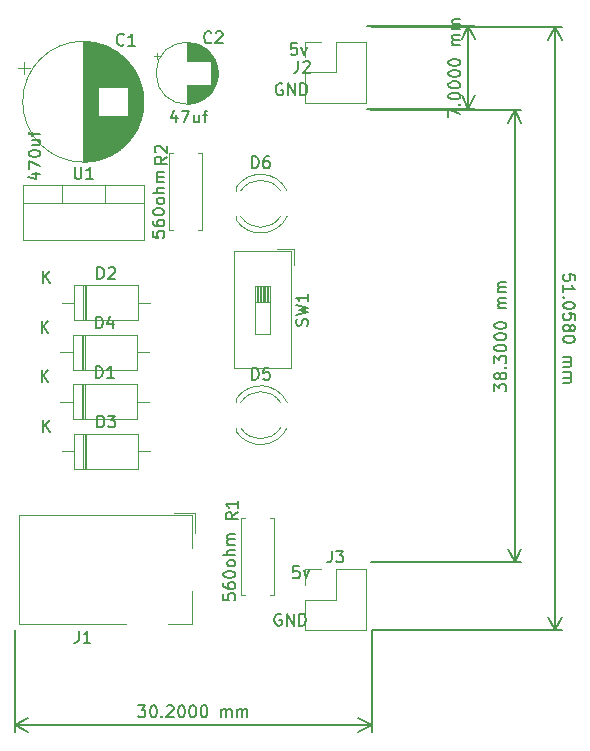
<source format=gto>
%TF.GenerationSoftware,KiCad,Pcbnew,6.0.6*%
%TF.CreationDate,2022-09-01T23:29:10+01:00*%
%TF.ProjectId,breadbored power supply,62726561-6462-46f7-9265-6420706f7765,rev?*%
%TF.SameCoordinates,Original*%
%TF.FileFunction,Legend,Top*%
%TF.FilePolarity,Positive*%
%FSLAX46Y46*%
G04 Gerber Fmt 4.6, Leading zero omitted, Abs format (unit mm)*
G04 Created by KiCad (PCBNEW 6.0.6) date 2022-09-01 23:29:10*
%MOMM*%
%LPD*%
G01*
G04 APERTURE LIST*
%ADD10C,0.150000*%
%ADD11C,0.120000*%
G04 APERTURE END LIST*
D10*
X145952380Y-127585714D02*
X145952380Y-128061904D01*
X146428571Y-128109523D01*
X146380952Y-128061904D01*
X146333333Y-127966666D01*
X146333333Y-127728571D01*
X146380952Y-127633333D01*
X146428571Y-127585714D01*
X146523809Y-127538095D01*
X146761904Y-127538095D01*
X146857142Y-127585714D01*
X146904761Y-127633333D01*
X146952380Y-127728571D01*
X146952380Y-127966666D01*
X146904761Y-128061904D01*
X146857142Y-128109523D01*
X145952380Y-126680952D02*
X145952380Y-126871428D01*
X146000000Y-126966666D01*
X146047619Y-127014285D01*
X146190476Y-127109523D01*
X146380952Y-127157142D01*
X146761904Y-127157142D01*
X146857142Y-127109523D01*
X146904761Y-127061904D01*
X146952380Y-126966666D01*
X146952380Y-126776190D01*
X146904761Y-126680952D01*
X146857142Y-126633333D01*
X146761904Y-126585714D01*
X146523809Y-126585714D01*
X146428571Y-126633333D01*
X146380952Y-126680952D01*
X146333333Y-126776190D01*
X146333333Y-126966666D01*
X146380952Y-127061904D01*
X146428571Y-127109523D01*
X146523809Y-127157142D01*
X145952380Y-125966666D02*
X145952380Y-125871428D01*
X146000000Y-125776190D01*
X146047619Y-125728571D01*
X146142857Y-125680952D01*
X146333333Y-125633333D01*
X146571428Y-125633333D01*
X146761904Y-125680952D01*
X146857142Y-125728571D01*
X146904761Y-125776190D01*
X146952380Y-125871428D01*
X146952380Y-125966666D01*
X146904761Y-126061904D01*
X146857142Y-126109523D01*
X146761904Y-126157142D01*
X146571428Y-126204761D01*
X146333333Y-126204761D01*
X146142857Y-126157142D01*
X146047619Y-126109523D01*
X146000000Y-126061904D01*
X145952380Y-125966666D01*
X146952380Y-125061904D02*
X146904761Y-125157142D01*
X146857142Y-125204761D01*
X146761904Y-125252380D01*
X146476190Y-125252380D01*
X146380952Y-125204761D01*
X146333333Y-125157142D01*
X146285714Y-125061904D01*
X146285714Y-124919047D01*
X146333333Y-124823809D01*
X146380952Y-124776190D01*
X146476190Y-124728571D01*
X146761904Y-124728571D01*
X146857142Y-124776190D01*
X146904761Y-124823809D01*
X146952380Y-124919047D01*
X146952380Y-125061904D01*
X146952380Y-124300000D02*
X145952380Y-124300000D01*
X146952380Y-123871428D02*
X146428571Y-123871428D01*
X146333333Y-123919047D01*
X146285714Y-124014285D01*
X146285714Y-124157142D01*
X146333333Y-124252380D01*
X146380952Y-124300000D01*
X146952380Y-123395238D02*
X146285714Y-123395238D01*
X146380952Y-123395238D02*
X146333333Y-123347619D01*
X146285714Y-123252380D01*
X146285714Y-123109523D01*
X146333333Y-123014285D01*
X146428571Y-122966666D01*
X146952380Y-122966666D01*
X146428571Y-122966666D02*
X146333333Y-122919047D01*
X146285714Y-122823809D01*
X146285714Y-122680952D01*
X146333333Y-122585714D01*
X146428571Y-122538095D01*
X146952380Y-122538095D01*
X139952380Y-96885714D02*
X139952380Y-97361904D01*
X140428571Y-97409523D01*
X140380952Y-97361904D01*
X140333333Y-97266666D01*
X140333333Y-97028571D01*
X140380952Y-96933333D01*
X140428571Y-96885714D01*
X140523809Y-96838095D01*
X140761904Y-96838095D01*
X140857142Y-96885714D01*
X140904761Y-96933333D01*
X140952380Y-97028571D01*
X140952380Y-97266666D01*
X140904761Y-97361904D01*
X140857142Y-97409523D01*
X139952380Y-95980952D02*
X139952380Y-96171428D01*
X140000000Y-96266666D01*
X140047619Y-96314285D01*
X140190476Y-96409523D01*
X140380952Y-96457142D01*
X140761904Y-96457142D01*
X140857142Y-96409523D01*
X140904761Y-96361904D01*
X140952380Y-96266666D01*
X140952380Y-96076190D01*
X140904761Y-95980952D01*
X140857142Y-95933333D01*
X140761904Y-95885714D01*
X140523809Y-95885714D01*
X140428571Y-95933333D01*
X140380952Y-95980952D01*
X140333333Y-96076190D01*
X140333333Y-96266666D01*
X140380952Y-96361904D01*
X140428571Y-96409523D01*
X140523809Y-96457142D01*
X139952380Y-95266666D02*
X139952380Y-95171428D01*
X140000000Y-95076190D01*
X140047619Y-95028571D01*
X140142857Y-94980952D01*
X140333333Y-94933333D01*
X140571428Y-94933333D01*
X140761904Y-94980952D01*
X140857142Y-95028571D01*
X140904761Y-95076190D01*
X140952380Y-95171428D01*
X140952380Y-95266666D01*
X140904761Y-95361904D01*
X140857142Y-95409523D01*
X140761904Y-95457142D01*
X140571428Y-95504761D01*
X140333333Y-95504761D01*
X140142857Y-95457142D01*
X140047619Y-95409523D01*
X140000000Y-95361904D01*
X139952380Y-95266666D01*
X140952380Y-94361904D02*
X140904761Y-94457142D01*
X140857142Y-94504761D01*
X140761904Y-94552380D01*
X140476190Y-94552380D01*
X140380952Y-94504761D01*
X140333333Y-94457142D01*
X140285714Y-94361904D01*
X140285714Y-94219047D01*
X140333333Y-94123809D01*
X140380952Y-94076190D01*
X140476190Y-94028571D01*
X140761904Y-94028571D01*
X140857142Y-94076190D01*
X140904761Y-94123809D01*
X140952380Y-94219047D01*
X140952380Y-94361904D01*
X140952380Y-93600000D02*
X139952380Y-93600000D01*
X140952380Y-93171428D02*
X140428571Y-93171428D01*
X140333333Y-93219047D01*
X140285714Y-93314285D01*
X140285714Y-93457142D01*
X140333333Y-93552380D01*
X140380952Y-93600000D01*
X140952380Y-92695238D02*
X140285714Y-92695238D01*
X140380952Y-92695238D02*
X140333333Y-92647619D01*
X140285714Y-92552380D01*
X140285714Y-92409523D01*
X140333333Y-92314285D01*
X140428571Y-92266666D01*
X140952380Y-92266666D01*
X140428571Y-92266666D02*
X140333333Y-92219047D01*
X140285714Y-92123809D01*
X140285714Y-91980952D01*
X140333333Y-91885714D01*
X140428571Y-91838095D01*
X140952380Y-91838095D01*
X141976190Y-86985714D02*
X141976190Y-87652380D01*
X141738095Y-86604761D02*
X141500000Y-87319047D01*
X142119047Y-87319047D01*
X142404761Y-86652380D02*
X143071428Y-86652380D01*
X142642857Y-87652380D01*
X143880952Y-86985714D02*
X143880952Y-87652380D01*
X143452380Y-86985714D02*
X143452380Y-87509523D01*
X143500000Y-87604761D01*
X143595238Y-87652380D01*
X143738095Y-87652380D01*
X143833333Y-87604761D01*
X143880952Y-87557142D01*
X144214285Y-86985714D02*
X144595238Y-86985714D01*
X144357142Y-87652380D02*
X144357142Y-86795238D01*
X144404761Y-86700000D01*
X144500000Y-86652380D01*
X144595238Y-86652380D01*
X129785714Y-92000000D02*
X130452380Y-92000000D01*
X129404761Y-92238095D02*
X130119047Y-92476190D01*
X130119047Y-91857142D01*
X129452380Y-91571428D02*
X129452380Y-90904761D01*
X130452380Y-91333333D01*
X129452380Y-90333333D02*
X129452380Y-90238095D01*
X129500000Y-90142857D01*
X129547619Y-90095238D01*
X129642857Y-90047619D01*
X129833333Y-90000000D01*
X130071428Y-90000000D01*
X130261904Y-90047619D01*
X130357142Y-90095238D01*
X130404761Y-90142857D01*
X130452380Y-90238095D01*
X130452380Y-90333333D01*
X130404761Y-90428571D01*
X130357142Y-90476190D01*
X130261904Y-90523809D01*
X130071428Y-90571428D01*
X129833333Y-90571428D01*
X129642857Y-90523809D01*
X129547619Y-90476190D01*
X129500000Y-90428571D01*
X129452380Y-90333333D01*
X129785714Y-89142857D02*
X130452380Y-89142857D01*
X129785714Y-89571428D02*
X130309523Y-89571428D01*
X130404761Y-89523809D01*
X130452380Y-89428571D01*
X130452380Y-89285714D01*
X130404761Y-89190476D01*
X130357142Y-89142857D01*
X129785714Y-88809523D02*
X129785714Y-88428571D01*
X130452380Y-88666666D02*
X129595238Y-88666666D01*
X129500000Y-88619047D01*
X129452380Y-88523809D01*
X129452380Y-88428571D01*
X138733333Y-137002380D02*
X139352380Y-137002380D01*
X139019047Y-137383333D01*
X139161904Y-137383333D01*
X139257142Y-137430952D01*
X139304761Y-137478571D01*
X139352380Y-137573809D01*
X139352380Y-137811904D01*
X139304761Y-137907142D01*
X139257142Y-137954761D01*
X139161904Y-138002380D01*
X138876190Y-138002380D01*
X138780952Y-137954761D01*
X138733333Y-137907142D01*
X139971428Y-137002380D02*
X140066666Y-137002380D01*
X140161904Y-137050000D01*
X140209523Y-137097619D01*
X140257142Y-137192857D01*
X140304761Y-137383333D01*
X140304761Y-137621428D01*
X140257142Y-137811904D01*
X140209523Y-137907142D01*
X140161904Y-137954761D01*
X140066666Y-138002380D01*
X139971428Y-138002380D01*
X139876190Y-137954761D01*
X139828571Y-137907142D01*
X139780952Y-137811904D01*
X139733333Y-137621428D01*
X139733333Y-137383333D01*
X139780952Y-137192857D01*
X139828571Y-137097619D01*
X139876190Y-137050000D01*
X139971428Y-137002380D01*
X140733333Y-137907142D02*
X140780952Y-137954761D01*
X140733333Y-138002380D01*
X140685714Y-137954761D01*
X140733333Y-137907142D01*
X140733333Y-138002380D01*
X141161904Y-137097619D02*
X141209523Y-137050000D01*
X141304761Y-137002380D01*
X141542857Y-137002380D01*
X141638095Y-137050000D01*
X141685714Y-137097619D01*
X141733333Y-137192857D01*
X141733333Y-137288095D01*
X141685714Y-137430952D01*
X141114285Y-138002380D01*
X141733333Y-138002380D01*
X142352380Y-137002380D02*
X142447619Y-137002380D01*
X142542857Y-137050000D01*
X142590476Y-137097619D01*
X142638095Y-137192857D01*
X142685714Y-137383333D01*
X142685714Y-137621428D01*
X142638095Y-137811904D01*
X142590476Y-137907142D01*
X142542857Y-137954761D01*
X142447619Y-138002380D01*
X142352380Y-138002380D01*
X142257142Y-137954761D01*
X142209523Y-137907142D01*
X142161904Y-137811904D01*
X142114285Y-137621428D01*
X142114285Y-137383333D01*
X142161904Y-137192857D01*
X142209523Y-137097619D01*
X142257142Y-137050000D01*
X142352380Y-137002380D01*
X143304761Y-137002380D02*
X143400000Y-137002380D01*
X143495238Y-137050000D01*
X143542857Y-137097619D01*
X143590476Y-137192857D01*
X143638095Y-137383333D01*
X143638095Y-137621428D01*
X143590476Y-137811904D01*
X143542857Y-137907142D01*
X143495238Y-137954761D01*
X143400000Y-138002380D01*
X143304761Y-138002380D01*
X143209523Y-137954761D01*
X143161904Y-137907142D01*
X143114285Y-137811904D01*
X143066666Y-137621428D01*
X143066666Y-137383333D01*
X143114285Y-137192857D01*
X143161904Y-137097619D01*
X143209523Y-137050000D01*
X143304761Y-137002380D01*
X144257142Y-137002380D02*
X144352380Y-137002380D01*
X144447619Y-137050000D01*
X144495238Y-137097619D01*
X144542857Y-137192857D01*
X144590476Y-137383333D01*
X144590476Y-137621428D01*
X144542857Y-137811904D01*
X144495238Y-137907142D01*
X144447619Y-137954761D01*
X144352380Y-138002380D01*
X144257142Y-138002380D01*
X144161904Y-137954761D01*
X144114285Y-137907142D01*
X144066666Y-137811904D01*
X144019047Y-137621428D01*
X144019047Y-137383333D01*
X144066666Y-137192857D01*
X144114285Y-137097619D01*
X144161904Y-137050000D01*
X144257142Y-137002380D01*
X145780952Y-138002380D02*
X145780952Y-137335714D01*
X145780952Y-137430952D02*
X145828571Y-137383333D01*
X145923809Y-137335714D01*
X146066666Y-137335714D01*
X146161904Y-137383333D01*
X146209523Y-137478571D01*
X146209523Y-138002380D01*
X146209523Y-137478571D02*
X146257142Y-137383333D01*
X146352380Y-137335714D01*
X146495238Y-137335714D01*
X146590476Y-137383333D01*
X146638095Y-137478571D01*
X146638095Y-138002380D01*
X147114285Y-138002380D02*
X147114285Y-137335714D01*
X147114285Y-137430952D02*
X147161904Y-137383333D01*
X147257142Y-137335714D01*
X147400000Y-137335714D01*
X147495238Y-137383333D01*
X147542857Y-137478571D01*
X147542857Y-138002380D01*
X147542857Y-137478571D02*
X147590476Y-137383333D01*
X147685714Y-137335714D01*
X147828571Y-137335714D01*
X147923809Y-137383333D01*
X147971428Y-137478571D01*
X147971428Y-138002380D01*
X128300000Y-130600000D02*
X128300000Y-139286420D01*
X158500000Y-130600000D02*
X158500000Y-139286420D01*
X128300000Y-138700000D02*
X158500000Y-138700000D01*
X128300000Y-138700000D02*
X158500000Y-138700000D01*
X128300000Y-138700000D02*
X129426504Y-139286421D01*
X128300000Y-138700000D02*
X129426504Y-138113579D01*
X158500000Y-138700000D02*
X157373496Y-138113579D01*
X158500000Y-138700000D02*
X157373496Y-139286421D01*
X165002380Y-87190476D02*
X165002380Y-86523809D01*
X166002380Y-86952380D01*
X165907142Y-86142857D02*
X165954761Y-86095238D01*
X166002380Y-86142857D01*
X165954761Y-86190476D01*
X165907142Y-86142857D01*
X166002380Y-86142857D01*
X165002380Y-85476190D02*
X165002380Y-85380952D01*
X165050000Y-85285714D01*
X165097619Y-85238095D01*
X165192857Y-85190476D01*
X165383333Y-85142857D01*
X165621428Y-85142857D01*
X165811904Y-85190476D01*
X165907142Y-85238095D01*
X165954761Y-85285714D01*
X166002380Y-85380952D01*
X166002380Y-85476190D01*
X165954761Y-85571428D01*
X165907142Y-85619047D01*
X165811904Y-85666666D01*
X165621428Y-85714285D01*
X165383333Y-85714285D01*
X165192857Y-85666666D01*
X165097619Y-85619047D01*
X165050000Y-85571428D01*
X165002380Y-85476190D01*
X165002380Y-84523809D02*
X165002380Y-84428571D01*
X165050000Y-84333333D01*
X165097619Y-84285714D01*
X165192857Y-84238095D01*
X165383333Y-84190476D01*
X165621428Y-84190476D01*
X165811904Y-84238095D01*
X165907142Y-84285714D01*
X165954761Y-84333333D01*
X166002380Y-84428571D01*
X166002380Y-84523809D01*
X165954761Y-84619047D01*
X165907142Y-84666666D01*
X165811904Y-84714285D01*
X165621428Y-84761904D01*
X165383333Y-84761904D01*
X165192857Y-84714285D01*
X165097619Y-84666666D01*
X165050000Y-84619047D01*
X165002380Y-84523809D01*
X165002380Y-83571428D02*
X165002380Y-83476190D01*
X165050000Y-83380952D01*
X165097619Y-83333333D01*
X165192857Y-83285714D01*
X165383333Y-83238095D01*
X165621428Y-83238095D01*
X165811904Y-83285714D01*
X165907142Y-83333333D01*
X165954761Y-83380952D01*
X166002380Y-83476190D01*
X166002380Y-83571428D01*
X165954761Y-83666666D01*
X165907142Y-83714285D01*
X165811904Y-83761904D01*
X165621428Y-83809523D01*
X165383333Y-83809523D01*
X165192857Y-83761904D01*
X165097619Y-83714285D01*
X165050000Y-83666666D01*
X165002380Y-83571428D01*
X165002380Y-82619047D02*
X165002380Y-82523809D01*
X165050000Y-82428571D01*
X165097619Y-82380952D01*
X165192857Y-82333333D01*
X165383333Y-82285714D01*
X165621428Y-82285714D01*
X165811904Y-82333333D01*
X165907142Y-82380952D01*
X165954761Y-82428571D01*
X166002380Y-82523809D01*
X166002380Y-82619047D01*
X165954761Y-82714285D01*
X165907142Y-82761904D01*
X165811904Y-82809523D01*
X165621428Y-82857142D01*
X165383333Y-82857142D01*
X165192857Y-82809523D01*
X165097619Y-82761904D01*
X165050000Y-82714285D01*
X165002380Y-82619047D01*
X166002380Y-81095238D02*
X165335714Y-81095238D01*
X165430952Y-81095238D02*
X165383333Y-81047619D01*
X165335714Y-80952380D01*
X165335714Y-80809523D01*
X165383333Y-80714285D01*
X165478571Y-80666666D01*
X166002380Y-80666666D01*
X165478571Y-80666666D02*
X165383333Y-80619047D01*
X165335714Y-80523809D01*
X165335714Y-80380952D01*
X165383333Y-80285714D01*
X165478571Y-80238095D01*
X166002380Y-80238095D01*
X166002380Y-79761904D02*
X165335714Y-79761904D01*
X165430952Y-79761904D02*
X165383333Y-79714285D01*
X165335714Y-79619047D01*
X165335714Y-79476190D01*
X165383333Y-79380952D01*
X165478571Y-79333333D01*
X166002380Y-79333333D01*
X165478571Y-79333333D02*
X165383333Y-79285714D01*
X165335714Y-79190476D01*
X165335714Y-79047619D01*
X165383333Y-78952380D01*
X165478571Y-78904761D01*
X166002380Y-78904761D01*
X158100000Y-86500000D02*
X167286420Y-86500000D01*
X158100000Y-79500000D02*
X167286420Y-79500000D01*
X166700000Y-86500000D02*
X166700000Y-79500000D01*
X166700000Y-86500000D02*
X166700000Y-79500000D01*
X166700000Y-86500000D02*
X167286421Y-85373496D01*
X166700000Y-86500000D02*
X166113579Y-85373496D01*
X166700000Y-79500000D02*
X166113579Y-80626504D01*
X166700000Y-79500000D02*
X167286421Y-80626504D01*
X168902380Y-110416666D02*
X168902380Y-109797619D01*
X169283333Y-110130952D01*
X169283333Y-109988095D01*
X169330952Y-109892857D01*
X169378571Y-109845238D01*
X169473809Y-109797619D01*
X169711904Y-109797619D01*
X169807142Y-109845238D01*
X169854761Y-109892857D01*
X169902380Y-109988095D01*
X169902380Y-110273809D01*
X169854761Y-110369047D01*
X169807142Y-110416666D01*
X169330952Y-109226190D02*
X169283333Y-109321428D01*
X169235714Y-109369047D01*
X169140476Y-109416666D01*
X169092857Y-109416666D01*
X168997619Y-109369047D01*
X168950000Y-109321428D01*
X168902380Y-109226190D01*
X168902380Y-109035714D01*
X168950000Y-108940476D01*
X168997619Y-108892857D01*
X169092857Y-108845238D01*
X169140476Y-108845238D01*
X169235714Y-108892857D01*
X169283333Y-108940476D01*
X169330952Y-109035714D01*
X169330952Y-109226190D01*
X169378571Y-109321428D01*
X169426190Y-109369047D01*
X169521428Y-109416666D01*
X169711904Y-109416666D01*
X169807142Y-109369047D01*
X169854761Y-109321428D01*
X169902380Y-109226190D01*
X169902380Y-109035714D01*
X169854761Y-108940476D01*
X169807142Y-108892857D01*
X169711904Y-108845238D01*
X169521428Y-108845238D01*
X169426190Y-108892857D01*
X169378571Y-108940476D01*
X169330952Y-109035714D01*
X169807142Y-108416666D02*
X169854761Y-108369047D01*
X169902380Y-108416666D01*
X169854761Y-108464285D01*
X169807142Y-108416666D01*
X169902380Y-108416666D01*
X168902380Y-108035714D02*
X168902380Y-107416666D01*
X169283333Y-107750000D01*
X169283333Y-107607142D01*
X169330952Y-107511904D01*
X169378571Y-107464285D01*
X169473809Y-107416666D01*
X169711904Y-107416666D01*
X169807142Y-107464285D01*
X169854761Y-107511904D01*
X169902380Y-107607142D01*
X169902380Y-107892857D01*
X169854761Y-107988095D01*
X169807142Y-108035714D01*
X168902380Y-106797619D02*
X168902380Y-106702380D01*
X168950000Y-106607142D01*
X168997619Y-106559523D01*
X169092857Y-106511904D01*
X169283333Y-106464285D01*
X169521428Y-106464285D01*
X169711904Y-106511904D01*
X169807142Y-106559523D01*
X169854761Y-106607142D01*
X169902380Y-106702380D01*
X169902380Y-106797619D01*
X169854761Y-106892857D01*
X169807142Y-106940476D01*
X169711904Y-106988095D01*
X169521428Y-107035714D01*
X169283333Y-107035714D01*
X169092857Y-106988095D01*
X168997619Y-106940476D01*
X168950000Y-106892857D01*
X168902380Y-106797619D01*
X168902380Y-105845238D02*
X168902380Y-105750000D01*
X168950000Y-105654761D01*
X168997619Y-105607142D01*
X169092857Y-105559523D01*
X169283333Y-105511904D01*
X169521428Y-105511904D01*
X169711904Y-105559523D01*
X169807142Y-105607142D01*
X169854761Y-105654761D01*
X169902380Y-105750000D01*
X169902380Y-105845238D01*
X169854761Y-105940476D01*
X169807142Y-105988095D01*
X169711904Y-106035714D01*
X169521428Y-106083333D01*
X169283333Y-106083333D01*
X169092857Y-106035714D01*
X168997619Y-105988095D01*
X168950000Y-105940476D01*
X168902380Y-105845238D01*
X168902380Y-104892857D02*
X168902380Y-104797619D01*
X168950000Y-104702380D01*
X168997619Y-104654761D01*
X169092857Y-104607142D01*
X169283333Y-104559523D01*
X169521428Y-104559523D01*
X169711904Y-104607142D01*
X169807142Y-104654761D01*
X169854761Y-104702380D01*
X169902380Y-104797619D01*
X169902380Y-104892857D01*
X169854761Y-104988095D01*
X169807142Y-105035714D01*
X169711904Y-105083333D01*
X169521428Y-105130952D01*
X169283333Y-105130952D01*
X169092857Y-105083333D01*
X168997619Y-105035714D01*
X168950000Y-104988095D01*
X168902380Y-104892857D01*
X169902380Y-103369047D02*
X169235714Y-103369047D01*
X169330952Y-103369047D02*
X169283333Y-103321428D01*
X169235714Y-103226190D01*
X169235714Y-103083333D01*
X169283333Y-102988095D01*
X169378571Y-102940476D01*
X169902380Y-102940476D01*
X169378571Y-102940476D02*
X169283333Y-102892857D01*
X169235714Y-102797619D01*
X169235714Y-102654761D01*
X169283333Y-102559523D01*
X169378571Y-102511904D01*
X169902380Y-102511904D01*
X169902380Y-102035714D02*
X169235714Y-102035714D01*
X169330952Y-102035714D02*
X169283333Y-101988095D01*
X169235714Y-101892857D01*
X169235714Y-101750000D01*
X169283333Y-101654761D01*
X169378571Y-101607142D01*
X169902380Y-101607142D01*
X169378571Y-101607142D02*
X169283333Y-101559523D01*
X169235714Y-101464285D01*
X169235714Y-101321428D01*
X169283333Y-101226190D01*
X169378571Y-101178571D01*
X169902380Y-101178571D01*
X158487000Y-124900000D02*
X171186420Y-124900000D01*
X158487000Y-86600000D02*
X171186420Y-86600000D01*
X170600000Y-124900000D02*
X170600000Y-86600000D01*
X170600000Y-124900000D02*
X170600000Y-86600000D01*
X170600000Y-124900000D02*
X171186421Y-123773496D01*
X170600000Y-124900000D02*
X170013579Y-123773496D01*
X170600000Y-86600000D02*
X170013579Y-87726504D01*
X170600000Y-86600000D02*
X171186421Y-87726504D01*
X175716690Y-101017472D02*
X175716251Y-100541282D01*
X175240017Y-100494101D01*
X175287680Y-100541676D01*
X175335387Y-100636871D01*
X175335606Y-100874966D01*
X175288074Y-100970248D01*
X175240499Y-101017910D01*
X175145305Y-101065617D01*
X174907210Y-101065836D01*
X174811928Y-101018305D01*
X174764265Y-100970730D01*
X174716558Y-100875535D01*
X174716339Y-100637440D01*
X174763871Y-100542158D01*
X174811446Y-100494496D01*
X174717611Y-102018392D02*
X174717084Y-101446964D01*
X174717348Y-101732678D02*
X175717347Y-101731757D01*
X175574402Y-101636651D01*
X175479077Y-101541501D01*
X175431370Y-101446306D01*
X174813243Y-102446876D02*
X174765668Y-102494539D01*
X174718005Y-102446963D01*
X174765580Y-102399301D01*
X174813243Y-102446876D01*
X174718005Y-102446963D01*
X175718618Y-103112709D02*
X175718706Y-103207947D01*
X175671175Y-103303229D01*
X175623599Y-103350892D01*
X175528405Y-103398599D01*
X175337973Y-103446393D01*
X175099878Y-103446612D01*
X174909358Y-103399169D01*
X174814076Y-103351637D01*
X174766413Y-103304062D01*
X174718706Y-103208868D01*
X174718619Y-103113630D01*
X174766150Y-103018348D01*
X174813725Y-102970685D01*
X174908919Y-102922978D01*
X175099352Y-102875184D01*
X175337447Y-102874965D01*
X175527967Y-102922408D01*
X175623249Y-102969940D01*
X175670912Y-103017515D01*
X175718618Y-103112709D01*
X175719758Y-104350804D02*
X175719320Y-103874614D01*
X175243086Y-103827433D01*
X175290748Y-103875008D01*
X175338455Y-103970202D01*
X175338674Y-104208298D01*
X175291143Y-104303579D01*
X175243568Y-104351242D01*
X175148373Y-104398949D01*
X174910278Y-104399168D01*
X174814996Y-104351637D01*
X174767334Y-104304062D01*
X174719627Y-104208867D01*
X174719408Y-103970772D01*
X174766939Y-103875490D01*
X174814514Y-103827828D01*
X175291757Y-104970246D02*
X175339288Y-104874964D01*
X175386863Y-104827301D01*
X175482057Y-104779594D01*
X175529676Y-104779551D01*
X175624958Y-104827082D01*
X175672621Y-104874657D01*
X175720328Y-104969851D01*
X175720503Y-105160327D01*
X175672972Y-105255609D01*
X175625397Y-105303272D01*
X175530202Y-105350979D01*
X175482583Y-105351023D01*
X175387301Y-105303491D01*
X175339639Y-105255916D01*
X175291932Y-105160722D01*
X175291757Y-104970246D01*
X175244050Y-104875052D01*
X175196387Y-104827476D01*
X175101105Y-104779945D01*
X174910629Y-104780120D01*
X174815435Y-104827827D01*
X174767860Y-104875490D01*
X174720328Y-104970772D01*
X174720504Y-105161248D01*
X174768210Y-105256442D01*
X174815873Y-105304017D01*
X174911155Y-105351549D01*
X175101631Y-105351373D01*
X175196825Y-105303667D01*
X175244401Y-105256004D01*
X175291932Y-105160722D01*
X175721248Y-105969851D02*
X175721336Y-106065089D01*
X175673805Y-106160371D01*
X175626229Y-106208034D01*
X175531035Y-106255740D01*
X175340603Y-106303535D01*
X175102508Y-106303754D01*
X174911988Y-106256310D01*
X174816706Y-106208779D01*
X174769043Y-106161204D01*
X174721336Y-106066009D01*
X174721249Y-105970771D01*
X174768780Y-105875490D01*
X174816355Y-105827827D01*
X174911550Y-105780120D01*
X175101982Y-105732326D01*
X175340077Y-105732106D01*
X175530597Y-105779550D01*
X175625879Y-105827081D01*
X175673542Y-105874657D01*
X175721248Y-105969851D01*
X174722651Y-107494580D02*
X175389318Y-107493967D01*
X175294080Y-107494054D02*
X175341743Y-107541629D01*
X175389449Y-107636824D01*
X175389581Y-107779681D01*
X175342049Y-107874963D01*
X175246855Y-107922669D01*
X174723046Y-107923152D01*
X175246855Y-107922669D02*
X175342137Y-107970201D01*
X175389844Y-108065395D01*
X175389975Y-108208252D01*
X175342444Y-108303534D01*
X175247250Y-108351241D01*
X174723440Y-108351723D01*
X174723879Y-108827913D02*
X175390545Y-108827299D01*
X175295307Y-108827387D02*
X175342970Y-108874962D01*
X175390677Y-108970156D01*
X175390808Y-109113014D01*
X175343277Y-109208295D01*
X175248083Y-109256002D01*
X174724273Y-109256484D01*
X175248083Y-109256002D02*
X175343365Y-109303533D01*
X175391071Y-109398728D01*
X175391203Y-109541585D01*
X175343671Y-109636867D01*
X175248477Y-109684573D01*
X174724668Y-109685056D01*
X158547000Y-130657540D02*
X174632761Y-130642733D01*
X158500000Y-79599540D02*
X174585761Y-79584733D01*
X174046341Y-130643272D02*
X173999341Y-79585272D01*
X174046341Y-130643272D02*
X173999341Y-79585272D01*
X174046341Y-130643272D02*
X174631725Y-129516229D01*
X174046341Y-130643272D02*
X173458884Y-129517309D01*
X173999341Y-79585272D02*
X173413957Y-80712315D01*
X173999341Y-79585272D02*
X174586798Y-80711235D01*
X150838095Y-129300000D02*
X150742857Y-129252380D01*
X150600000Y-129252380D01*
X150457142Y-129300000D01*
X150361904Y-129395238D01*
X150314285Y-129490476D01*
X150266666Y-129680952D01*
X150266666Y-129823809D01*
X150314285Y-130014285D01*
X150361904Y-130109523D01*
X150457142Y-130204761D01*
X150600000Y-130252380D01*
X150695238Y-130252380D01*
X150838095Y-130204761D01*
X150885714Y-130157142D01*
X150885714Y-129823809D01*
X150695238Y-129823809D01*
X151314285Y-130252380D02*
X151314285Y-129252380D01*
X151885714Y-130252380D01*
X151885714Y-129252380D01*
X152361904Y-130252380D02*
X152361904Y-129252380D01*
X152600000Y-129252380D01*
X152742857Y-129300000D01*
X152838095Y-129395238D01*
X152885714Y-129490476D01*
X152933333Y-129680952D01*
X152933333Y-129823809D01*
X152885714Y-130014285D01*
X152838095Y-130109523D01*
X152742857Y-130204761D01*
X152600000Y-130252380D01*
X152361904Y-130252380D01*
X150938095Y-84400000D02*
X150842857Y-84352380D01*
X150700000Y-84352380D01*
X150557142Y-84400000D01*
X150461904Y-84495238D01*
X150414285Y-84590476D01*
X150366666Y-84780952D01*
X150366666Y-84923809D01*
X150414285Y-85114285D01*
X150461904Y-85209523D01*
X150557142Y-85304761D01*
X150700000Y-85352380D01*
X150795238Y-85352380D01*
X150938095Y-85304761D01*
X150985714Y-85257142D01*
X150985714Y-84923809D01*
X150795238Y-84923809D01*
X151414285Y-85352380D02*
X151414285Y-84352380D01*
X151985714Y-85352380D01*
X151985714Y-84352380D01*
X152461904Y-85352380D02*
X152461904Y-84352380D01*
X152700000Y-84352380D01*
X152842857Y-84400000D01*
X152938095Y-84495238D01*
X152985714Y-84590476D01*
X153033333Y-84780952D01*
X153033333Y-84923809D01*
X152985714Y-85114285D01*
X152938095Y-85209523D01*
X152842857Y-85304761D01*
X152700000Y-85352380D01*
X152461904Y-85352380D01*
X152157142Y-80952380D02*
X151680952Y-80952380D01*
X151633333Y-81428571D01*
X151680952Y-81380952D01*
X151776190Y-81333333D01*
X152014285Y-81333333D01*
X152109523Y-81380952D01*
X152157142Y-81428571D01*
X152204761Y-81523809D01*
X152204761Y-81761904D01*
X152157142Y-81857142D01*
X152109523Y-81904761D01*
X152014285Y-81952380D01*
X151776190Y-81952380D01*
X151680952Y-81904761D01*
X151633333Y-81857142D01*
X152538095Y-81285714D02*
X152776190Y-81952380D01*
X153014285Y-81285714D01*
X152357142Y-125252380D02*
X151880952Y-125252380D01*
X151833333Y-125728571D01*
X151880952Y-125680952D01*
X151976190Y-125633333D01*
X152214285Y-125633333D01*
X152309523Y-125680952D01*
X152357142Y-125728571D01*
X152404761Y-125823809D01*
X152404761Y-126061904D01*
X152357142Y-126157142D01*
X152309523Y-126204761D01*
X152214285Y-126252380D01*
X151976190Y-126252380D01*
X151880952Y-126204761D01*
X151833333Y-126157142D01*
X152738095Y-125585714D02*
X152976190Y-126252380D01*
X153214285Y-125585714D01*
%TO.C,R1*%
X147152380Y-120666666D02*
X146676190Y-121000000D01*
X147152380Y-121238095D02*
X146152380Y-121238095D01*
X146152380Y-120857142D01*
X146200000Y-120761904D01*
X146247619Y-120714285D01*
X146342857Y-120666666D01*
X146485714Y-120666666D01*
X146580952Y-120714285D01*
X146628571Y-120761904D01*
X146676190Y-120857142D01*
X146676190Y-121238095D01*
X147152380Y-119714285D02*
X147152380Y-120285714D01*
X147152380Y-120000000D02*
X146152380Y-120000000D01*
X146295238Y-120095238D01*
X146390476Y-120190476D01*
X146438095Y-120285714D01*
%TO.C,D1*%
X135155904Y-109281380D02*
X135155904Y-108281380D01*
X135394000Y-108281380D01*
X135536857Y-108329000D01*
X135632095Y-108424238D01*
X135679714Y-108519476D01*
X135727333Y-108709952D01*
X135727333Y-108852809D01*
X135679714Y-109043285D01*
X135632095Y-109138523D01*
X135536857Y-109233761D01*
X135394000Y-109281380D01*
X135155904Y-109281380D01*
X136679714Y-109281380D02*
X136108285Y-109281380D01*
X136394000Y-109281380D02*
X136394000Y-108281380D01*
X136298761Y-108424238D01*
X136203523Y-108519476D01*
X136108285Y-108567095D01*
X130552095Y-109651380D02*
X130552095Y-108651380D01*
X131123523Y-109651380D02*
X130694952Y-109079952D01*
X131123523Y-108651380D02*
X130552095Y-109222809D01*
%TO.C,D6*%
X148363904Y-91527380D02*
X148363904Y-90527380D01*
X148602000Y-90527380D01*
X148744857Y-90575000D01*
X148840095Y-90670238D01*
X148887714Y-90765476D01*
X148935333Y-90955952D01*
X148935333Y-91098809D01*
X148887714Y-91289285D01*
X148840095Y-91384523D01*
X148744857Y-91479761D01*
X148602000Y-91527380D01*
X148363904Y-91527380D01*
X149792476Y-90527380D02*
X149602000Y-90527380D01*
X149506761Y-90575000D01*
X149459142Y-90622619D01*
X149363904Y-90765476D01*
X149316285Y-90955952D01*
X149316285Y-91336904D01*
X149363904Y-91432142D01*
X149411523Y-91479761D01*
X149506761Y-91527380D01*
X149697238Y-91527380D01*
X149792476Y-91479761D01*
X149840095Y-91432142D01*
X149887714Y-91336904D01*
X149887714Y-91098809D01*
X149840095Y-91003571D01*
X149792476Y-90955952D01*
X149697238Y-90908333D01*
X149506761Y-90908333D01*
X149411523Y-90955952D01*
X149363904Y-91003571D01*
X149316285Y-91098809D01*
%TO.C,D3*%
X135282904Y-113472380D02*
X135282904Y-112472380D01*
X135521000Y-112472380D01*
X135663857Y-112520000D01*
X135759095Y-112615238D01*
X135806714Y-112710476D01*
X135854333Y-112900952D01*
X135854333Y-113043809D01*
X135806714Y-113234285D01*
X135759095Y-113329523D01*
X135663857Y-113424761D01*
X135521000Y-113472380D01*
X135282904Y-113472380D01*
X136187666Y-112472380D02*
X136806714Y-112472380D01*
X136473380Y-112853333D01*
X136616238Y-112853333D01*
X136711476Y-112900952D01*
X136759095Y-112948571D01*
X136806714Y-113043809D01*
X136806714Y-113281904D01*
X136759095Y-113377142D01*
X136711476Y-113424761D01*
X136616238Y-113472380D01*
X136330523Y-113472380D01*
X136235285Y-113424761D01*
X136187666Y-113377142D01*
X130679095Y-113842380D02*
X130679095Y-112842380D01*
X131250523Y-113842380D02*
X130821952Y-113270952D01*
X131250523Y-112842380D02*
X130679095Y-113413809D01*
%TO.C,D4*%
X135155904Y-105090380D02*
X135155904Y-104090380D01*
X135394000Y-104090380D01*
X135536857Y-104138000D01*
X135632095Y-104233238D01*
X135679714Y-104328476D01*
X135727333Y-104518952D01*
X135727333Y-104661809D01*
X135679714Y-104852285D01*
X135632095Y-104947523D01*
X135536857Y-105042761D01*
X135394000Y-105090380D01*
X135155904Y-105090380D01*
X136584476Y-104423714D02*
X136584476Y-105090380D01*
X136346380Y-104042761D02*
X136108285Y-104757047D01*
X136727333Y-104757047D01*
X130552095Y-105460380D02*
X130552095Y-104460380D01*
X131123523Y-105460380D02*
X130694952Y-104888952D01*
X131123523Y-104460380D02*
X130552095Y-105031809D01*
%TO.C,U1*%
X133354095Y-91424380D02*
X133354095Y-92233904D01*
X133401714Y-92329142D01*
X133449333Y-92376761D01*
X133544571Y-92424380D01*
X133735047Y-92424380D01*
X133830285Y-92376761D01*
X133877904Y-92329142D01*
X133925523Y-92233904D01*
X133925523Y-91424380D01*
X134925523Y-92424380D02*
X134354095Y-92424380D01*
X134639809Y-92424380D02*
X134639809Y-91424380D01*
X134544571Y-91567238D01*
X134449333Y-91662476D01*
X134354095Y-91710095D01*
%TO.C,C2*%
X144933333Y-80857142D02*
X144885714Y-80904761D01*
X144742857Y-80952380D01*
X144647619Y-80952380D01*
X144504761Y-80904761D01*
X144409523Y-80809523D01*
X144361904Y-80714285D01*
X144314285Y-80523809D01*
X144314285Y-80380952D01*
X144361904Y-80190476D01*
X144409523Y-80095238D01*
X144504761Y-80000000D01*
X144647619Y-79952380D01*
X144742857Y-79952380D01*
X144885714Y-80000000D01*
X144933333Y-80047619D01*
X145314285Y-80047619D02*
X145361904Y-80000000D01*
X145457142Y-79952380D01*
X145695238Y-79952380D01*
X145790476Y-80000000D01*
X145838095Y-80047619D01*
X145885714Y-80142857D01*
X145885714Y-80238095D01*
X145838095Y-80380952D01*
X145266666Y-80952380D01*
X145885714Y-80952380D01*
%TO.C,D2*%
X135282904Y-100899380D02*
X135282904Y-99899380D01*
X135521000Y-99899380D01*
X135663857Y-99947000D01*
X135759095Y-100042238D01*
X135806714Y-100137476D01*
X135854333Y-100327952D01*
X135854333Y-100470809D01*
X135806714Y-100661285D01*
X135759095Y-100756523D01*
X135663857Y-100851761D01*
X135521000Y-100899380D01*
X135282904Y-100899380D01*
X136235285Y-99994619D02*
X136282904Y-99947000D01*
X136378142Y-99899380D01*
X136616238Y-99899380D01*
X136711476Y-99947000D01*
X136759095Y-99994619D01*
X136806714Y-100089857D01*
X136806714Y-100185095D01*
X136759095Y-100327952D01*
X136187666Y-100899380D01*
X136806714Y-100899380D01*
X130679095Y-101269380D02*
X130679095Y-100269380D01*
X131250523Y-101269380D02*
X130821952Y-100697952D01*
X131250523Y-100269380D02*
X130679095Y-100840809D01*
%TO.C,J1*%
X133691666Y-130725380D02*
X133691666Y-131439666D01*
X133644047Y-131582523D01*
X133548809Y-131677761D01*
X133405952Y-131725380D01*
X133310714Y-131725380D01*
X134691666Y-131725380D02*
X134120238Y-131725380D01*
X134405952Y-131725380D02*
X134405952Y-130725380D01*
X134310714Y-130868238D01*
X134215476Y-130963476D01*
X134120238Y-131011095D01*
%TO.C,D5*%
X148363904Y-109434380D02*
X148363904Y-108434380D01*
X148602000Y-108434380D01*
X148744857Y-108482000D01*
X148840095Y-108577238D01*
X148887714Y-108672476D01*
X148935333Y-108862952D01*
X148935333Y-109005809D01*
X148887714Y-109196285D01*
X148840095Y-109291523D01*
X148744857Y-109386761D01*
X148602000Y-109434380D01*
X148363904Y-109434380D01*
X149840095Y-108434380D02*
X149363904Y-108434380D01*
X149316285Y-108910571D01*
X149363904Y-108862952D01*
X149459142Y-108815333D01*
X149697238Y-108815333D01*
X149792476Y-108862952D01*
X149840095Y-108910571D01*
X149887714Y-109005809D01*
X149887714Y-109243904D01*
X149840095Y-109339142D01*
X149792476Y-109386761D01*
X149697238Y-109434380D01*
X149459142Y-109434380D01*
X149363904Y-109386761D01*
X149316285Y-109339142D01*
%TO.C,J3*%
X155113666Y-123910380D02*
X155113666Y-124624666D01*
X155066047Y-124767523D01*
X154970809Y-124862761D01*
X154827952Y-124910380D01*
X154732714Y-124910380D01*
X155494619Y-123910380D02*
X156113666Y-123910380D01*
X155780333Y-124291333D01*
X155923190Y-124291333D01*
X156018428Y-124338952D01*
X156066047Y-124386571D01*
X156113666Y-124481809D01*
X156113666Y-124719904D01*
X156066047Y-124815142D01*
X156018428Y-124862761D01*
X155923190Y-124910380D01*
X155637476Y-124910380D01*
X155542238Y-124862761D01*
X155494619Y-124815142D01*
%TO.C,C1*%
X137533333Y-81057142D02*
X137485714Y-81104761D01*
X137342857Y-81152380D01*
X137247619Y-81152380D01*
X137104761Y-81104761D01*
X137009523Y-81009523D01*
X136961904Y-80914285D01*
X136914285Y-80723809D01*
X136914285Y-80580952D01*
X136961904Y-80390476D01*
X137009523Y-80295238D01*
X137104761Y-80200000D01*
X137247619Y-80152380D01*
X137342857Y-80152380D01*
X137485714Y-80200000D01*
X137533333Y-80247619D01*
X138485714Y-81152380D02*
X137914285Y-81152380D01*
X138200000Y-81152380D02*
X138200000Y-80152380D01*
X138104761Y-80295238D01*
X138009523Y-80390476D01*
X137914285Y-80438095D01*
%TO.C,J2*%
X152266666Y-82452380D02*
X152266666Y-83166666D01*
X152219047Y-83309523D01*
X152123809Y-83404761D01*
X151980952Y-83452380D01*
X151885714Y-83452380D01*
X152695238Y-82547619D02*
X152742857Y-82500000D01*
X152838095Y-82452380D01*
X153076190Y-82452380D01*
X153171428Y-82500000D01*
X153219047Y-82547619D01*
X153266666Y-82642857D01*
X153266666Y-82738095D01*
X153219047Y-82880952D01*
X152647619Y-83452380D01*
X153266666Y-83452380D01*
%TO.C,R2*%
X141152380Y-90566666D02*
X140676190Y-90900000D01*
X141152380Y-91138095D02*
X140152380Y-91138095D01*
X140152380Y-90757142D01*
X140200000Y-90661904D01*
X140247619Y-90614285D01*
X140342857Y-90566666D01*
X140485714Y-90566666D01*
X140580952Y-90614285D01*
X140628571Y-90661904D01*
X140676190Y-90757142D01*
X140676190Y-91138095D01*
X140247619Y-90185714D02*
X140200000Y-90138095D01*
X140152380Y-90042857D01*
X140152380Y-89804761D01*
X140200000Y-89709523D01*
X140247619Y-89661904D01*
X140342857Y-89614285D01*
X140438095Y-89614285D01*
X140580952Y-89661904D01*
X141152380Y-90233333D01*
X141152380Y-89614285D01*
%TO.C,SW1*%
X153053761Y-104864333D02*
X153101380Y-104721476D01*
X153101380Y-104483380D01*
X153053761Y-104388142D01*
X153006142Y-104340523D01*
X152910904Y-104292904D01*
X152815666Y-104292904D01*
X152720428Y-104340523D01*
X152672809Y-104388142D01*
X152625190Y-104483380D01*
X152577571Y-104673857D01*
X152529952Y-104769095D01*
X152482333Y-104816714D01*
X152387095Y-104864333D01*
X152291857Y-104864333D01*
X152196619Y-104816714D01*
X152149000Y-104769095D01*
X152101380Y-104673857D01*
X152101380Y-104435761D01*
X152149000Y-104292904D01*
X152101380Y-103959571D02*
X153101380Y-103721476D01*
X152387095Y-103531000D01*
X153101380Y-103340523D01*
X152101380Y-103102428D01*
X153101380Y-102197666D02*
X153101380Y-102769095D01*
X153101380Y-102483380D02*
X152101380Y-102483380D01*
X152244238Y-102578619D01*
X152339476Y-102673857D01*
X152387095Y-102769095D01*
D11*
%TO.C,R1*%
X147808000Y-127650000D02*
X147478000Y-127650000D01*
X150218000Y-121110000D02*
X149888000Y-121110000D01*
X149888000Y-127650000D02*
X150218000Y-127650000D01*
X150218000Y-127650000D02*
X150218000Y-121110000D01*
X147478000Y-121110000D02*
X147808000Y-121110000D01*
X147478000Y-127650000D02*
X147478000Y-121110000D01*
%TO.C,D1*%
X138614000Y-109829000D02*
X133174000Y-109829000D01*
X139634000Y-111299000D02*
X138614000Y-111299000D01*
X133174000Y-112769000D02*
X138614000Y-112769000D01*
X133174000Y-109829000D02*
X133174000Y-112769000D01*
X138614000Y-112769000D02*
X138614000Y-109829000D01*
X133954000Y-109829000D02*
X133954000Y-112769000D01*
X134194000Y-109829000D02*
X134194000Y-112769000D01*
X134074000Y-109829000D02*
X134074000Y-112769000D01*
X132154000Y-111299000D02*
X133174000Y-111299000D01*
%TO.C,D6*%
X147042000Y-93136000D02*
X147042000Y-93455000D01*
X147042000Y-95615000D02*
X147042000Y-95934000D01*
X147418670Y-95615000D02*
G75*
G03*
X150784713Y-95615961I1683330J1080000D01*
G01*
X147042000Y-95933749D02*
G75*
G03*
X151345242Y-95615724I2060000J1398749D01*
G01*
X151345242Y-93454276D02*
G75*
G03*
X147042000Y-93136251I-2243242J-1080724D01*
G01*
X150784713Y-93454039D02*
G75*
G03*
X147418670Y-93455000I-1682713J-1080961D01*
G01*
%TO.C,D3*%
X134081000Y-114020000D02*
X134081000Y-116960000D01*
X138741000Y-114020000D02*
X133301000Y-114020000D01*
X138741000Y-116960000D02*
X138741000Y-114020000D01*
X132281000Y-115490000D02*
X133301000Y-115490000D01*
X139761000Y-115490000D02*
X138741000Y-115490000D01*
X134201000Y-114020000D02*
X134201000Y-116960000D01*
X134321000Y-114020000D02*
X134321000Y-116960000D01*
X133301000Y-114020000D02*
X133301000Y-116960000D01*
X133301000Y-116960000D02*
X138741000Y-116960000D01*
%TO.C,D4*%
X133954000Y-105638000D02*
X133954000Y-108578000D01*
X133174000Y-105638000D02*
X133174000Y-108578000D01*
X134074000Y-105638000D02*
X134074000Y-108578000D01*
X138614000Y-105638000D02*
X133174000Y-105638000D01*
X139634000Y-107108000D02*
X138614000Y-107108000D01*
X132154000Y-107108000D02*
X133174000Y-107108000D01*
X133174000Y-108578000D02*
X138614000Y-108578000D01*
X138614000Y-108578000D02*
X138614000Y-105638000D01*
X134194000Y-105638000D02*
X134194000Y-108578000D01*
%TO.C,U1*%
X128996000Y-92972000D02*
X128996000Y-97613000D01*
X132266000Y-92972000D02*
X132266000Y-94482000D01*
X135967000Y-92972000D02*
X135967000Y-94482000D01*
X128996000Y-92972000D02*
X139236000Y-92972000D01*
X139236000Y-92972000D02*
X139236000Y-97613000D01*
X128996000Y-97613000D02*
X139236000Y-97613000D01*
X128996000Y-94482000D02*
X139236000Y-94482000D01*
%TO.C,C2*%
X142983000Y-80908000D02*
X142983000Y-82446000D01*
X143343000Y-80950000D02*
X143343000Y-82446000D01*
X142943000Y-84526000D02*
X142943000Y-86065000D01*
X143183000Y-84526000D02*
X143183000Y-86047000D01*
X143503000Y-80985000D02*
X143503000Y-82446000D01*
X143383000Y-84526000D02*
X143383000Y-86014000D01*
X143744000Y-81058000D02*
X143744000Y-82446000D01*
X144064000Y-84526000D02*
X144064000Y-85776000D01*
X142903000Y-84526000D02*
X142903000Y-86066000D01*
X143704000Y-84526000D02*
X143704000Y-85928000D01*
X142943000Y-80907000D02*
X142943000Y-82446000D01*
X144664000Y-81622000D02*
X144664000Y-82446000D01*
X143023000Y-80910000D02*
X143023000Y-82446000D01*
X143143000Y-84526000D02*
X143143000Y-86051000D01*
X144384000Y-81391000D02*
X144384000Y-82446000D01*
X145464000Y-83202000D02*
X145464000Y-83770000D01*
X144264000Y-84526000D02*
X144264000Y-85661000D01*
X145264000Y-82475000D02*
X145264000Y-84497000D01*
X142863000Y-80906000D02*
X142863000Y-82446000D01*
X143984000Y-84526000D02*
X143984000Y-85815000D01*
X140308225Y-81761000D02*
X140308225Y-82261000D01*
X143664000Y-84526000D02*
X143664000Y-85941000D01*
X144704000Y-84526000D02*
X144704000Y-85312000D01*
X143664000Y-81031000D02*
X143664000Y-82446000D01*
X143584000Y-84526000D02*
X143584000Y-85966000D01*
X143303000Y-84526000D02*
X143303000Y-86029000D01*
X144704000Y-81660000D02*
X144704000Y-82446000D01*
X144104000Y-81218000D02*
X144104000Y-82446000D01*
X144064000Y-81196000D02*
X144064000Y-82446000D01*
X144304000Y-81337000D02*
X144304000Y-82446000D01*
X143063000Y-80913000D02*
X143063000Y-82446000D01*
X143103000Y-84526000D02*
X143103000Y-86055000D01*
X143063000Y-84526000D02*
X143063000Y-86059000D01*
X145104000Y-82167000D02*
X145104000Y-84805000D01*
X144864000Y-84526000D02*
X144864000Y-85139000D01*
X143023000Y-84526000D02*
X143023000Y-86062000D01*
X145024000Y-82043000D02*
X145024000Y-84929000D01*
X145384000Y-82809000D02*
X145384000Y-84163000D01*
X144104000Y-84526000D02*
X144104000Y-85754000D01*
X144424000Y-84526000D02*
X144424000Y-85551000D01*
X144344000Y-81364000D02*
X144344000Y-82446000D01*
X144784000Y-81743000D02*
X144784000Y-82446000D01*
X144824000Y-84526000D02*
X144824000Y-85185000D01*
X145064000Y-82103000D02*
X145064000Y-84869000D01*
X144264000Y-81311000D02*
X144264000Y-82446000D01*
X144384000Y-84526000D02*
X144384000Y-85581000D01*
X143704000Y-81044000D02*
X143704000Y-82446000D01*
X144144000Y-84526000D02*
X144144000Y-85733000D01*
X144584000Y-84526000D02*
X144584000Y-85423000D01*
X143584000Y-81006000D02*
X143584000Y-82446000D01*
X143543000Y-80995000D02*
X143543000Y-82446000D01*
X143183000Y-80925000D02*
X143183000Y-82446000D01*
X143784000Y-84526000D02*
X143784000Y-85900000D01*
X144784000Y-84526000D02*
X144784000Y-85229000D01*
X143784000Y-81072000D02*
X143784000Y-82446000D01*
X145184000Y-82308000D02*
X145184000Y-84664000D01*
X143824000Y-81088000D02*
X143824000Y-82446000D01*
X144184000Y-84526000D02*
X144184000Y-85710000D01*
X144464000Y-81451000D02*
X144464000Y-82446000D01*
X144624000Y-84526000D02*
X144624000Y-85387000D01*
X143463000Y-80975000D02*
X143463000Y-82446000D01*
X144584000Y-81549000D02*
X144584000Y-82446000D01*
X143303000Y-80943000D02*
X143303000Y-82446000D01*
X144464000Y-84526000D02*
X144464000Y-85521000D01*
X144664000Y-84526000D02*
X144664000Y-85350000D01*
X143423000Y-80966000D02*
X143423000Y-82446000D01*
X145224000Y-82388000D02*
X145224000Y-84584000D01*
X142863000Y-84526000D02*
X142863000Y-86066000D01*
X143263000Y-80936000D02*
X143263000Y-82446000D01*
X143624000Y-84526000D02*
X143624000Y-85954000D01*
X144224000Y-81286000D02*
X144224000Y-82446000D01*
X144824000Y-81787000D02*
X144824000Y-82446000D01*
X143223000Y-84526000D02*
X143223000Y-86042000D01*
X144504000Y-81482000D02*
X144504000Y-82446000D01*
X142983000Y-84526000D02*
X142983000Y-86064000D01*
X144544000Y-84526000D02*
X144544000Y-85457000D01*
X145304000Y-82571000D02*
X145304000Y-84401000D01*
X144744000Y-81701000D02*
X144744000Y-82446000D01*
X143944000Y-84526000D02*
X143944000Y-85834000D01*
X144024000Y-81176000D02*
X144024000Y-82446000D01*
X143263000Y-84526000D02*
X143263000Y-86036000D01*
X143904000Y-84526000D02*
X143904000Y-85851000D01*
X144864000Y-81833000D02*
X144864000Y-82446000D01*
X143543000Y-84526000D02*
X143543000Y-85977000D01*
X143343000Y-84526000D02*
X143343000Y-86022000D01*
X144424000Y-81421000D02*
X144424000Y-82446000D01*
X144224000Y-84526000D02*
X144224000Y-85686000D01*
X143624000Y-81018000D02*
X143624000Y-82446000D01*
X144184000Y-81262000D02*
X144184000Y-82446000D01*
X144984000Y-81986000D02*
X144984000Y-84986000D01*
X144624000Y-81585000D02*
X144624000Y-82446000D01*
X144944000Y-81932000D02*
X144944000Y-85040000D01*
X144144000Y-81239000D02*
X144144000Y-82446000D01*
X144744000Y-84526000D02*
X144744000Y-85271000D01*
X143824000Y-84526000D02*
X143824000Y-85884000D01*
X145344000Y-82681000D02*
X145344000Y-84291000D01*
X140058225Y-82011000D02*
X140558225Y-82011000D01*
X144304000Y-84526000D02*
X144304000Y-85635000D01*
X143744000Y-84526000D02*
X143744000Y-85914000D01*
X143944000Y-81138000D02*
X143944000Y-82446000D01*
X143864000Y-84526000D02*
X143864000Y-85868000D01*
X143984000Y-81157000D02*
X143984000Y-82446000D01*
X143463000Y-84526000D02*
X143463000Y-85997000D01*
X143423000Y-84526000D02*
X143423000Y-86006000D01*
X143864000Y-81104000D02*
X143864000Y-82446000D01*
X144904000Y-81881000D02*
X144904000Y-85091000D01*
X143383000Y-80958000D02*
X143383000Y-82446000D01*
X144024000Y-84526000D02*
X144024000Y-85796000D01*
X144504000Y-84526000D02*
X144504000Y-85490000D01*
X142903000Y-80906000D02*
X142903000Y-82446000D01*
X143904000Y-81121000D02*
X143904000Y-82446000D01*
X144344000Y-84526000D02*
X144344000Y-85608000D01*
X143143000Y-80921000D02*
X143143000Y-82446000D01*
X143503000Y-84526000D02*
X143503000Y-85987000D01*
X143103000Y-80917000D02*
X143103000Y-82446000D01*
X144544000Y-81515000D02*
X144544000Y-82446000D01*
X145144000Y-82235000D02*
X145144000Y-84737000D01*
X143223000Y-80930000D02*
X143223000Y-82446000D01*
X145424000Y-82968000D02*
X145424000Y-84004000D01*
X145483000Y-83486000D02*
G75*
G03*
X145483000Y-83486000I-2620000J0D01*
G01*
%TO.C,D2*%
X138741000Y-101447000D02*
X133301000Y-101447000D01*
X134201000Y-101447000D02*
X134201000Y-104387000D01*
X133301000Y-101447000D02*
X133301000Y-104387000D01*
X134321000Y-101447000D02*
X134321000Y-104387000D01*
X134081000Y-101447000D02*
X134081000Y-104387000D01*
X132281000Y-102917000D02*
X133301000Y-102917000D01*
X133301000Y-104387000D02*
X138741000Y-104387000D01*
X138741000Y-104387000D02*
X138741000Y-101447000D01*
X139761000Y-102917000D02*
X138741000Y-102917000D01*
%TO.C,J1*%
X143515000Y-120683000D02*
X143515000Y-122423000D01*
X128675000Y-120923000D02*
X143275000Y-120923000D01*
X143275000Y-127323000D02*
X143275000Y-130123000D01*
X143275000Y-120923000D02*
X143275000Y-123723000D01*
X141775000Y-120683000D02*
X143515000Y-120683000D01*
X128675000Y-130123000D02*
X128675000Y-120923000D01*
X137675000Y-130123000D02*
X128675000Y-130123000D01*
X143275000Y-130123000D02*
X141275000Y-130123000D01*
%TO.C,D5*%
X147042000Y-113522000D02*
X147042000Y-113841000D01*
X147042000Y-111043000D02*
X147042000Y-111362000D01*
X150784713Y-111361039D02*
G75*
G03*
X147418670Y-111362000I-1682713J-1080961D01*
G01*
X147418670Y-113522000D02*
G75*
G03*
X150784713Y-113522961I1683330J1080000D01*
G01*
X147042000Y-113840749D02*
G75*
G03*
X151345242Y-113522724I2060000J1398749D01*
G01*
X151345242Y-111361276D02*
G75*
G03*
X147042000Y-111043251I-2243242J-1080724D01*
G01*
%TO.C,J3*%
X155447000Y-125458000D02*
X158047000Y-125458000D01*
X155447000Y-128058000D02*
X155447000Y-125458000D01*
X152847000Y-125458000D02*
X154177000Y-125458000D01*
X152847000Y-128058000D02*
X155447000Y-128058000D01*
X152847000Y-130658000D02*
X158047000Y-130658000D01*
X152847000Y-128058000D02*
X152847000Y-130658000D01*
X158047000Y-125458000D02*
X158047000Y-130658000D01*
X152847000Y-126788000D02*
X152847000Y-125458000D01*
%TO.C,C1*%
X136117000Y-87140000D02*
X136117000Y-90556000D01*
X136397000Y-87140000D02*
X136397000Y-90424000D01*
X134116000Y-80819000D02*
X134116000Y-90979000D01*
X135077000Y-80917000D02*
X135077000Y-90881000D01*
X136277000Y-81315000D02*
X136277000Y-84658000D01*
X137037000Y-81761000D02*
X137037000Y-84658000D01*
X136917000Y-87140000D02*
X136917000Y-90120000D01*
X134396000Y-80829000D02*
X134396000Y-90969000D01*
X138597000Y-83534000D02*
X138597000Y-88264000D01*
X138277000Y-83010000D02*
X138277000Y-88788000D01*
X137757000Y-87140000D02*
X137757000Y-89419000D01*
X137797000Y-82421000D02*
X137797000Y-84658000D01*
X135877000Y-87140000D02*
X135877000Y-90653000D01*
X136357000Y-81354000D02*
X136357000Y-84658000D01*
X138237000Y-82954000D02*
X138237000Y-88844000D01*
X138197000Y-82899000D02*
X138197000Y-88899000D01*
X135997000Y-87140000D02*
X135997000Y-90606000D01*
X139157000Y-85300000D02*
X139157000Y-86498000D01*
X136757000Y-81576000D02*
X136757000Y-84658000D01*
X134356000Y-80826000D02*
X134356000Y-90972000D01*
X137197000Y-81879000D02*
X137197000Y-84658000D01*
X137517000Y-87140000D02*
X137517000Y-89652000D01*
X135837000Y-87140000D02*
X135837000Y-90667000D01*
X134196000Y-80820000D02*
X134196000Y-90978000D01*
X136317000Y-81335000D02*
X136317000Y-84658000D01*
X135397000Y-87140000D02*
X135397000Y-90806000D01*
X136437000Y-87140000D02*
X136437000Y-90403000D01*
X137237000Y-87140000D02*
X137237000Y-89888000D01*
X134516000Y-80837000D02*
X134516000Y-90961000D01*
X134997000Y-80902000D02*
X134997000Y-90896000D01*
X135477000Y-87140000D02*
X135477000Y-90784000D01*
X138917000Y-84269000D02*
X138917000Y-87529000D01*
X138317000Y-83069000D02*
X138317000Y-88729000D01*
X136357000Y-87140000D02*
X136357000Y-90444000D01*
X134316000Y-80824000D02*
X134316000Y-90974000D01*
X138557000Y-83460000D02*
X138557000Y-88338000D01*
X136597000Y-81482000D02*
X136597000Y-84658000D01*
X139037000Y-84669000D02*
X139037000Y-87129000D01*
X137277000Y-81942000D02*
X137277000Y-84658000D01*
X137117000Y-81819000D02*
X137117000Y-84658000D01*
X137717000Y-87140000D02*
X137717000Y-89460000D01*
X136677000Y-81528000D02*
X136677000Y-84658000D01*
X137597000Y-87140000D02*
X137597000Y-89578000D01*
X134156000Y-80819000D02*
X134156000Y-90979000D01*
X136717000Y-81552000D02*
X136717000Y-84658000D01*
X136397000Y-81374000D02*
X136397000Y-84658000D01*
X136077000Y-87140000D02*
X136077000Y-90573000D01*
X136477000Y-87140000D02*
X136477000Y-90382000D01*
X135037000Y-80909000D02*
X135037000Y-90889000D01*
X138797000Y-83955000D02*
X138797000Y-87843000D01*
X134957000Y-80895000D02*
X134957000Y-90903000D01*
X135957000Y-87140000D02*
X135957000Y-90622000D01*
X138757000Y-83862000D02*
X138757000Y-87936000D01*
X136037000Y-87140000D02*
X136037000Y-90589000D01*
X137357000Y-82007000D02*
X137357000Y-84658000D01*
X138877000Y-84157000D02*
X138877000Y-87641000D01*
X135317000Y-80971000D02*
X135317000Y-90827000D01*
X135997000Y-81192000D02*
X135997000Y-84658000D01*
X137797000Y-87140000D02*
X137797000Y-89377000D01*
X135717000Y-81088000D02*
X135717000Y-84658000D01*
X135197000Y-80943000D02*
X135197000Y-90855000D01*
X135757000Y-87140000D02*
X135757000Y-90696000D01*
X136197000Y-87140000D02*
X136197000Y-90520000D01*
X137517000Y-82146000D02*
X137517000Y-84658000D01*
X138717000Y-83774000D02*
X138717000Y-88024000D01*
X135557000Y-81037000D02*
X135557000Y-84658000D01*
X137477000Y-82110000D02*
X137477000Y-84658000D01*
X137397000Y-87140000D02*
X137397000Y-89757000D01*
X135717000Y-87140000D02*
X135717000Y-90710000D01*
X137277000Y-87140000D02*
X137277000Y-89856000D01*
X138397000Y-83190000D02*
X138397000Y-88608000D01*
X135957000Y-81176000D02*
X135957000Y-84658000D01*
X135597000Y-87140000D02*
X135597000Y-90749000D01*
X135357000Y-80981000D02*
X135357000Y-84658000D01*
X137837000Y-82463000D02*
X137837000Y-89335000D01*
X134917000Y-80888000D02*
X134917000Y-90910000D01*
X135237000Y-80952000D02*
X135237000Y-90846000D01*
X137557000Y-87140000D02*
X137557000Y-89615000D01*
X134716000Y-80859000D02*
X134716000Y-90939000D01*
X136717000Y-87140000D02*
X136717000Y-90246000D01*
X136637000Y-81504000D02*
X136637000Y-84658000D01*
X137717000Y-82338000D02*
X137717000Y-84658000D01*
X137757000Y-82379000D02*
X137757000Y-84658000D01*
X136557000Y-87140000D02*
X136557000Y-90339000D01*
X136117000Y-81242000D02*
X136117000Y-84658000D01*
X135557000Y-87140000D02*
X135557000Y-90761000D01*
X136677000Y-87140000D02*
X136677000Y-90270000D01*
X137637000Y-87140000D02*
X137637000Y-89539000D01*
X135517000Y-87140000D02*
X135517000Y-90773000D01*
X135597000Y-81049000D02*
X135597000Y-84658000D01*
X136957000Y-87140000D02*
X136957000Y-90093000D01*
X135677000Y-81075000D02*
X135677000Y-84658000D01*
X136157000Y-81260000D02*
X136157000Y-84658000D01*
X137157000Y-81849000D02*
X137157000Y-84658000D01*
X136997000Y-87140000D02*
X136997000Y-90065000D01*
X135517000Y-81025000D02*
X135517000Y-84658000D01*
X137157000Y-87140000D02*
X137157000Y-89949000D01*
X137997000Y-82645000D02*
X137997000Y-89153000D01*
X138357000Y-83129000D02*
X138357000Y-88669000D01*
X136877000Y-87140000D02*
X136877000Y-90146000D01*
X134596000Y-80845000D02*
X134596000Y-90953000D01*
X137677000Y-82298000D02*
X137677000Y-84658000D01*
X137557000Y-82183000D02*
X137557000Y-84658000D01*
X136797000Y-81601000D02*
X136797000Y-84658000D01*
X136037000Y-81209000D02*
X136037000Y-84658000D01*
X136237000Y-81296000D02*
X136237000Y-84658000D01*
X139077000Y-84837000D02*
X139077000Y-86961000D01*
X138517000Y-83389000D02*
X138517000Y-88409000D01*
X135637000Y-87140000D02*
X135637000Y-90736000D01*
X137077000Y-81789000D02*
X137077000Y-84658000D01*
X137877000Y-82507000D02*
X137877000Y-89291000D01*
X135437000Y-81002000D02*
X135437000Y-84658000D01*
X135917000Y-87140000D02*
X135917000Y-90637000D01*
X137637000Y-82259000D02*
X137637000Y-84658000D01*
X138477000Y-83320000D02*
X138477000Y-88478000D01*
X136197000Y-81278000D02*
X136197000Y-84658000D01*
X129096354Y-82524000D02*
X129096354Y-83524000D01*
X136957000Y-81705000D02*
X136957000Y-84658000D01*
X134476000Y-80834000D02*
X134476000Y-90964000D01*
X136077000Y-81225000D02*
X136077000Y-84658000D01*
X137117000Y-87140000D02*
X137117000Y-89979000D01*
X135797000Y-87140000D02*
X135797000Y-90682000D01*
X137477000Y-87140000D02*
X137477000Y-89688000D01*
X137917000Y-82552000D02*
X137917000Y-89246000D01*
X135837000Y-81131000D02*
X135837000Y-84658000D01*
X136517000Y-81437000D02*
X136517000Y-84658000D01*
X135917000Y-81161000D02*
X135917000Y-84658000D01*
X135277000Y-80961000D02*
X135277000Y-90837000D01*
X138957000Y-84389000D02*
X138957000Y-87409000D01*
X135477000Y-81014000D02*
X135477000Y-84658000D01*
X135637000Y-81062000D02*
X135637000Y-84658000D01*
X138437000Y-83254000D02*
X138437000Y-88544000D01*
X135437000Y-87140000D02*
X135437000Y-90796000D01*
X136877000Y-81652000D02*
X136877000Y-84658000D01*
X134556000Y-80841000D02*
X134556000Y-90957000D01*
X138997000Y-84521000D02*
X138997000Y-87277000D01*
X136477000Y-81416000D02*
X136477000Y-84658000D01*
X135357000Y-87140000D02*
X135357000Y-90817000D01*
X137437000Y-82075000D02*
X137437000Y-84658000D01*
X136837000Y-87140000D02*
X136837000Y-90172000D01*
X128596354Y-83024000D02*
X129596354Y-83024000D01*
X135117000Y-80925000D02*
X135117000Y-90873000D01*
X137437000Y-87140000D02*
X137437000Y-89723000D01*
X134837000Y-80875000D02*
X134837000Y-90923000D01*
X136277000Y-87140000D02*
X136277000Y-90483000D01*
X137957000Y-82598000D02*
X137957000Y-89200000D01*
X136757000Y-87140000D02*
X136757000Y-90222000D01*
X134636000Y-80849000D02*
X134636000Y-90949000D01*
X134276000Y-80822000D02*
X134276000Y-90976000D01*
X138077000Y-82743000D02*
X138077000Y-89055000D01*
X136557000Y-81459000D02*
X136557000Y-84658000D01*
X136797000Y-87140000D02*
X136797000Y-90197000D01*
X136517000Y-87140000D02*
X136517000Y-90361000D01*
X135157000Y-80934000D02*
X135157000Y-90864000D01*
X135757000Y-81102000D02*
X135757000Y-84658000D01*
X136237000Y-87140000D02*
X136237000Y-90502000D01*
X136157000Y-87140000D02*
X136157000Y-90538000D01*
X135397000Y-80992000D02*
X135397000Y-84658000D01*
X135797000Y-81116000D02*
X135797000Y-84658000D01*
X136837000Y-81626000D02*
X136837000Y-84658000D01*
X136437000Y-81395000D02*
X136437000Y-84658000D01*
X135677000Y-87140000D02*
X135677000Y-90723000D01*
X138837000Y-84053000D02*
X138837000Y-87745000D01*
X134676000Y-80854000D02*
X134676000Y-90944000D01*
X137597000Y-82220000D02*
X137597000Y-84658000D01*
X137077000Y-87140000D02*
X137077000Y-90009000D01*
X134797000Y-80869000D02*
X134797000Y-90929000D01*
X138157000Y-82845000D02*
X138157000Y-88953000D01*
X134436000Y-80831000D02*
X134436000Y-90967000D01*
X136597000Y-87140000D02*
X136597000Y-90316000D01*
X137397000Y-82041000D02*
X137397000Y-84658000D01*
X137037000Y-87140000D02*
X137037000Y-90037000D01*
X136917000Y-81678000D02*
X136917000Y-84658000D01*
X137317000Y-87140000D02*
X137317000Y-89824000D01*
X137317000Y-81974000D02*
X137317000Y-84658000D01*
X138637000Y-83610000D02*
X138637000Y-88188000D01*
X134877000Y-80881000D02*
X134877000Y-90917000D01*
X134236000Y-80821000D02*
X134236000Y-90977000D01*
X137677000Y-87140000D02*
X137677000Y-89500000D01*
X136637000Y-87140000D02*
X136637000Y-90294000D01*
X137237000Y-81910000D02*
X137237000Y-84658000D01*
X136997000Y-81733000D02*
X136997000Y-84658000D01*
X138677000Y-83690000D02*
X138677000Y-88108000D01*
X139117000Y-85037000D02*
X139117000Y-86761000D01*
X138037000Y-82693000D02*
X138037000Y-89105000D01*
X134756000Y-80864000D02*
X134756000Y-90934000D01*
X134076000Y-80819000D02*
X134076000Y-90979000D01*
X135877000Y-81145000D02*
X135877000Y-84658000D01*
X137197000Y-87140000D02*
X137197000Y-89919000D01*
X136317000Y-87140000D02*
X136317000Y-90463000D01*
X138117000Y-82793000D02*
X138117000Y-89005000D01*
X137357000Y-87140000D02*
X137357000Y-89791000D01*
X139196000Y-85899000D02*
G75*
G03*
X139196000Y-85899000I-5120000J0D01*
G01*
%TO.C,J2*%
X155447000Y-83405000D02*
X155447000Y-80805000D01*
X152847000Y-83405000D02*
X155447000Y-83405000D01*
X155447000Y-80805000D02*
X158047000Y-80805000D01*
X152847000Y-86005000D02*
X158047000Y-86005000D01*
X158047000Y-80805000D02*
X158047000Y-86005000D01*
X152847000Y-80805000D02*
X154177000Y-80805000D01*
X152847000Y-82135000D02*
X152847000Y-80805000D01*
X152847000Y-83405000D02*
X152847000Y-86005000D01*
%TO.C,R2*%
X143792000Y-96789000D02*
X144122000Y-96789000D01*
X141382000Y-90249000D02*
X141712000Y-90249000D01*
X144122000Y-90249000D02*
X143792000Y-90249000D01*
X141712000Y-96789000D02*
X141382000Y-96789000D01*
X144122000Y-96789000D02*
X144122000Y-90249000D01*
X141382000Y-96789000D02*
X141382000Y-90249000D01*
%TO.C,SW1*%
X149384000Y-101501000D02*
X149384000Y-102854333D01*
X148594000Y-101501000D02*
X148594000Y-105561000D01*
X151649000Y-98581000D02*
X151649000Y-108481000D01*
X148784000Y-101501000D02*
X148784000Y-102854333D01*
X149744000Y-101501000D02*
X149744000Y-102854333D01*
X149504000Y-101501000D02*
X149504000Y-102854333D01*
X151889000Y-98341000D02*
X150506000Y-98341000D01*
X151649000Y-98581000D02*
X146809000Y-98581000D01*
X151889000Y-98341000D02*
X151889000Y-99725000D01*
X148664000Y-101501000D02*
X148664000Y-102854333D01*
X149624000Y-101501000D02*
X149624000Y-102854333D01*
X146809000Y-98581000D02*
X146809000Y-108481000D01*
X148594000Y-105561000D02*
X149864000Y-105561000D01*
X149864000Y-102854333D02*
X148594000Y-102854333D01*
X149144000Y-101501000D02*
X149144000Y-102854333D01*
X149024000Y-101501000D02*
X149024000Y-102854333D01*
X149264000Y-101501000D02*
X149264000Y-102854333D01*
X151649000Y-108481000D02*
X146809000Y-108481000D01*
X149864000Y-101501000D02*
X148594000Y-101501000D01*
X149864000Y-105561000D02*
X149864000Y-101501000D01*
X148904000Y-101501000D02*
X148904000Y-102854333D01*
%TD*%
M02*

</source>
